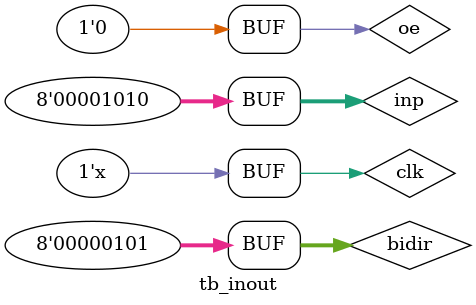
<source format=v>
`timescale 1ns / 1ps


module tb_inout;

	// Inputs
	reg oe;
	reg clk;
	reg [7:0] inp;

	// Outputs
	wire [7:0] outp;

	// Bidirs
	wire [7:0] bidir;

	// Instantiate the Unit Under Test (UUT)
	bidirec uut (
		.oe(oe), 
		.clk(clk), 
		.inp(inp), 
		.outp(outp), 
		.bidir(bidir)
	);

	always begin
		#5 clk= ~clk;
	end

	initial begin
		// Initialize Inputs
		oe = 0;
		clk = 0;
		inp = 10;
		bidir=5;

		// Wait 100 ns for global reset to finish
		#100;
		#10 oe = 1;
		
		# 10 oe = 0; //bidir = 5;
		#20;
        

		  
		// Add stimulus here

	end
      
endmodule


</source>
